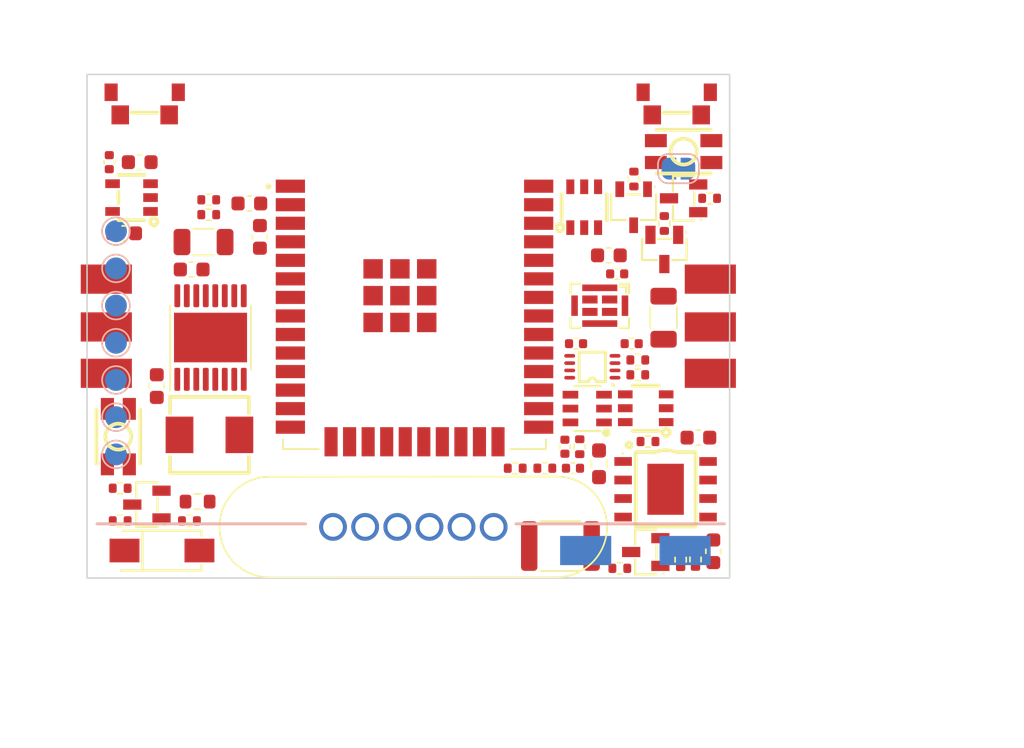
<source format=kicad_pcb>
(kicad_pcb (version 20211014) (generator pcbnew)
  (layers (0 "F.Cu" signal) (31 "B.Cu" signal) (34 "B.Paste" user) (35 "F.Paste" user) (36 "B.SilkS" user "B.Silkscreen") (37 "F.SilkS" user "F.Silkscreen") (38 "B.Mask" user) (39 "F.Mask" user) (44 "Edge.Cuts" user))
  (net 0 "")
  (net 1 "Net-(C1-Pad1)")
  (net 2 "GND")
  (net 3 "5V AFTER MOSFET")
  (net 4 "+3V3")
  (net 5 "3.3V AFTER MOSFET")
  (net 6 "+5V")
  (net 7 "Net-(C8-Pad2)")
  (net 8 "Net-(C14-Pad2)")
  (net 9 "EN")
  (net 10 "IO0")
  (net 11 "VBUS")
  (net 12 "+BATT")
  (net 13 "-BATT")
  (net 14 "IO12{slash}TDI")
  (net 15 "IO13{slash}TCK")
  (net 16 "IO14{slash}SCK{slash}TMS")
  (net 17 "IO15{slash}WS{slash}TDO")
  (net 18 "LED1 DATA OUT")
  (net 19 "LED2 DATA OUT")
  (net 20 "Net-(P7-Pad1)")
  (net 21 "Net-(R1-Pad1)")
  (net 22 "Net-(R2-Pad1)")
  (net 23 "Net-(R4-Pad1)")
  (net 25 "Net-(U18-Pad6)")
  (net 26 "IO25{slash}VBUS")
  (net 28 "Net-(R11-Pad2)")
  (net 29 "IO26{slash}BATT VOLT")
  (net 30 "Net-(R14-Pad1)")
  (net 31 "Net-(R15-Pad2)")
  (net 32 "Net-(R17-Pad2)")
  (net 33 "Net-(R18-Pad1)")
  (net 34 "Net-(R19-Pad1)")
  (net 35 "Net-(R22-Pad1)")
  (net 36 "Net-(R23-Pad1)")
  (net 39 "IO33{slash}MAINBUTTON")
  (net 42 "IO4{slash}BUTTON2")
  (net 47 "IO32{slash}SD")
  (net 48 "IO27{slash}BATT CHARGING")
  (net 56 "IO16{slash}LED1")
  (net 57 "IO17{slash}LED2")
  (net 63 "RXD0")
  (net 64 "TXD0")
  (net 65 "IO22{slash}LED LETCH EN")
  (net 66 "IO23{slash}POWERMOSFETS")
  (net 67 "Net-(U2-Pad2)")
  (net 72 "Net-(U18-Pad4)")
  (footprint "Capacitor_SMD:C_0402_1005Metric" (layer "F.Cu") (at 140.712 96.9772)
    (fp_text reference "C17" hide)
    (fp_text value "1uF")
    (pad "1" smd roundrect (at -0.48 0) (size 0.56 0.62) (layers "F.Cu" "F.Paste" "F.Mask") (net 10 "IO0"))
    (pad "2" smd roundrect (at 0.48 0) (size 0.56 0.62) (layers "F.Cu" "F.Paste" "F.Mask") (net 2 "GND"))
  )
  (footprint "Capacitor_SMD:C_0603_1608Metric" (layer "F.Cu") (at 150.3172 102.6668 -90)
    (fp_text reference "C19" hide)
    (fp_text value "10uF")
    (pad "1" smd roundrect (at -0.775 0 270) (size 0.9 0.95) (layers "F.Cu" "F.Paste" "F.Mask") (net 12 "+BATT"))
    (pad "2" smd roundrect (at 0.775 0 270) (size 0.9 0.95) (layers "F.Cu" "F.Paste" "F.Mask") (net 2 "GND"))
  )
  (footprint "footprint:Solder pad" (layer "F.Cu") (at 150.0632 87.2236 90)
    (fp_text reference "P5" hide)
    (fp_text value "Solder_Pad")
    (pad "1" smd rect (at -0.0762 0.0508 90) (size 2 3.5) (layers "F.Cu" "F.Mask") (net 19 "LED2 DATA OUT"))
  )
  (footprint "footprint:SW-SMD_TS24CA" (layer "F.Cu") (at 147.814286 70.946568)
    (fp_text reference "SW1" hide)
    (fp_text value "TS24CA")
    (pad "" np_thru_hole circle (at 0.85014 0.275032) (size 0.700025 0.700025) (drill 0.700025) (layers *.Cu *.Mask))
    (pad "" np_thru_hole circle (at -0.849886 0.275032) (size 0.700025 0.700025) (drill 0.700025) (layers *.Cu *.Mask))
    (pad "1" smd rect (at -2.299975 0.275032) (size 0.9 1.2) (layers "F.Cu" "F.Paste" "F.Mask"))
    (pad "2" smd rect (at 2.299975 0.275032 180) (size 0.9 1.2) (layers "F.Cu" "F.Paste" "F.Mask"))
    (pad "3" smd rect (at -1.674879 1.824943 180) (size 1.2 1.3) (layers "F.Cu" "F.Paste" "F.Mask") (net 2 "GND"))
    (pad "4" smd rect (at 1.675133 1.824943 180) (size 1.2 1.3) (layers "F.Cu" "F.Paste" "F.Mask") (net 39 "IO33{slash}MAINBUTTON"))
  )
  (footprint "footprint:VSSOP-8_L2.4-W2.1-P0.50-LS3.2-BR" (layer "F.Cu") (at 142.0368 90.035902)
    (fp_text reference "U3" hide)
    (fp_text value "SN74LVC2T45DCUR")
    (pad "1" smd oval (at 1.549911 0.741961) (size 0.750013 0.250013) (layers "F.Cu" "F.Paste" "F.Mask") (net 3 "5V AFTER MOSFET"))
    (pad "2" smd oval (at 1.549911 0.241834) (size 0.750013 0.250013) (layers "F.Cu" "F.Paste" "F.Mask") (net 21 "Net-(R1-Pad1)"))
    (pad "3" smd oval (at 1.549911 -0.258039) (size 0.750013 0.250013) (layers "F.Cu" "F.Paste" "F.Mask") (net 22 "Net-(R2-Pad1)"))
    (pad "4" smd oval (at 1.549911 -0.758166) (size 0.750013 0.250013) (layers "F.Cu" "F.Paste" "F.Mask") (net 2 "GND"))
    (pad "5" smd oval (at -1.549911 -0.758166) (size 0.750013 0.250013) (layers "F.Cu" "F.Paste" "F.Mask") (net 2 "GND"))
    (pad "6" smd oval (at -1.549911 -0.258039) (size 0.750013 0.250013) (layers "F.Cu" "F.Paste" "F.Mask") (net 57 "IO17{slash}LED2"))
    (pad "7" smd oval (at -1.549911 0.241834) (size 0.750013 0.250013) (layers "F.Cu" "F.Paste" "F.Mask") (net 56 "IO16{slash}LED1"))
    (pad "8" smd oval (at -1.549911 0.741961) (size 0.750013 0.250013) (layers "F.Cu" "F.Paste" "F.Mask") (net 5 "3.3V AFTER MOSFET"))
  )
  (footprint "Resistor_SMD:R_0603_1608Metric" (layer "F.Cu") (at 115.0112 99.2632 180)
    (fp_text reference "R8" hide)
    (fp_text value "160K")
    (pad "1" smd roundrect (at -0.825 0 180) (size 0.8 0.95) (layers "F.Cu" "F.Paste" "F.Mask") (net 2 "GND"))
    (pad "2" smd roundrect (at 0.825 0 180) (size 0.8 0.95) (layers "F.Cu" "F.Paste" "F.Mask") (net 26 "IO25{slash}VBUS"))
  )
  (footprint "footprint:Solder pad" (layer "F.Cu") (at 150.0632 90.3986 90)
    (fp_text reference "P6" hide)
    (fp_text value "Solder_Pad")
    (pad "1" smd rect (at -0.0762 0.0508 90) (size 2 3.5) (layers "F.Cu" "F.Mask") (net 2 "GND"))
  )
  (footprint "Resistor_SMD:R_0402_1005Metric" (layer "F.Cu") (at 109.712 98.3488 180)
    (fp_text reference "R4" hide)
    (fp_text value "100K")
    (pad "1" smd roundrect (at -0.51 0 180) (size 0.54 0.64) (layers "F.Cu" "F.Paste" "F.Mask") (net 23 "Net-(R4-Pad1)"))
    (pad "2" smd roundrect (at 0.51 0 180) (size 0.54 0.64) (layers "F.Cu" "F.Paste" "F.Mask") (net 2 "GND"))
  )
  (footprint "Capacitor_SMD:C_0603_1608Metric" (layer "F.Cu") (at 149.298515 94.878842 180)
    (fp_text reference "C18" hide)
    (fp_text value "10uF")
    (pad "1" smd roundrect (at -0.775 0 180) (size 0.9 0.95) (layers "F.Cu" "F.Paste" "F.Mask") (net 11 "VBUS"))
    (pad "2" smd roundrect (at 0.775 0 180) (size 0.9 0.95) (layers "F.Cu" "F.Paste" "F.Mask") (net 2 "GND"))
  )
  (footprint "Capacitor_SMD:C_0402_1005Metric" (layer "F.Cu") (at 140.1572 95.504 -90)
    (fp_text reference "C20" hide)
    (fp_text value "0.1uF")
    (pad "1" smd roundrect (at -0.48 0 270) (size 0.56 0.62) (layers "F.Cu" "F.Paste" "F.Mask") (net 13 "-BATT"))
    (pad "2" smd roundrect (at 0.48 0 270) (size 0.56 0.62) (layers "F.Cu" "F.Paste" "F.Mask") (net 12 "+BATT"))
  )
  (footprint "Resistor_SMD:R_0402_1005Metric" (layer "F.Cu") (at 115.7732 79.6036 180)
    (fp_text reference "R20" hide)
    (fp_text value "10K")
    (pad "1" smd roundrect (at -0.51 0 180) (size 0.54 0.64) (layers "F.Cu" "F.Paste" "F.Mask") (net 9 "EN"))
    (pad "2" smd roundrect (at 0.51 0 180) (size 0.54 0.64) (layers "F.Cu" "F.Paste" "F.Mask") (net 4 "+3V3"))
  )
  (footprint "Resistor_SMD:R_0402_1005Metric" (layer "F.Cu") (at 150.0632 78.486)
    (fp_text reference "R16" hide)
    (fp_text value "100K")
    (pad "1" smd roundrect (at -0.51 0) (size 0.54 0.64) (layers "F.Cu" "F.Paste" "F.Mask") (net 30 "Net-(R14-Pad1)"))
    (pad "2" smd roundrect (at 0.51 0) (size 0.54 0.64) (layers "F.Cu" "F.Paste" "F.Mask") (net 4 "+3V3"))
  )
  (footprint "Capacitor_SMD:C_0402_1005Metric" (layer "F.Cu") (at 144.7292 88.4428)
    (fp_text reference "C2" hide)
    (fp_text value "0.1uF")
    (pad "1" smd roundrect (at -0.48 0) (size 0.56 0.62) (layers "F.Cu" "F.Paste" "F.Mask") (net 3 "5V AFTER MOSFET"))
    (pad "2" smd roundrect (at 0.48 0) (size 0.56 0.62) (layers "F.Cu" "F.Paste" "F.Mask") (net 2 "GND"))
  )
  (footprint "footprint:SOT-23-3_L2.9-W1.3-P1.90-LS2.4-BR" (layer "F.Cu") (at 111.5408 99.4664)
    (fp_text reference "U5" hide)
    (fp_text value "AP40P05")
    (pad "1" smd rect (at 1 0.949962) (size 1.250013 0.7) (layers "F.Cu" "F.Paste" "F.Mask") (net 11 "VBUS"))
    (pad "2" smd rect (at 1 -0.949962) (size 1.250013 0.7) (layers "F.Cu" "F.Paste" "F.Mask") (net 12 "+BATT"))
    (pad "3" smd rect (at -1 0) (size 1.250013 0.7) (layers "F.Cu" "F.Paste" "F.Mask") (net 23 "Net-(R4-Pad1)"))
  )
  (footprint "footprint:MIC-SMD_8P-L3.0-W4.0-P0.85-BL" (layer "F.Cu") (at 142.5448 85.852)
    (fp_text reference "U15" hide)
    (fp_text value "MSM261D4030H1CPM")
    (pad "1" smd rect (at 0.675083 -0.434455) (size 1.050013 0.550013) (layers "F.Cu" "F.Paste" "F.Mask") (net 8 "Net-(C14-Pad2)"))
    (pad "2" smd rect (at -0.675184 -0.434455) (size 1.050013 0.550013) (layers "F.Cu" "F.Paste" "F.Mask") (net 17 "IO15{slash}WS{slash}TDO"))
    (pad "3" smd rect (at -0.675184 0.415431) (size 1.050013 0.550013) (layers "F.Cu" "F.Paste" "F.Mask") (net 16 "IO14{slash}SCK{slash}TMS"))
    (pad "4" smd rect (at 0.675083 0.415431) (size 1.050013 0.550013) (layers "F.Cu" "F.Paste" "F.Mask") (net 47 "IO32{slash}SD"))
    (pad "5" smd rect (at 1.724867 -0.009512) (size 0.450013 1.4) (layers "F.Cu" "F.Paste" "F.Mask") (net 2 "GND"))
    (pad "6" smd rect (at -0.000051 -1.234557) (size 2.4 0.450013) (layers "F.Cu" "F.Paste" "F.Mask") (net 2 "GND"))
    (pad "7" smd rect (at -1.724968 -0.009512) (size 0.450013 1.4) (layers "F.Cu" "F.Paste" "F.Mask") (net 2 "GND"))
    (pad "8" smd rect (at -0.000051 1.215532) (size 2.4 0.450013) (layers "F.Cu" "F.Paste" "F.Mask") (net 2 "GND"))
  )
  (footprint "Package_SO:HTSSOP-16-1EP_4.4x5mm_P0.65mm_EP3.4x5mm_Mask2.46x2.31mm" (layer "F.Cu") (at 115.89695 88.0232 90)
    (fp_text reference "U4" hide)
    (fp_text value "TPS61032PWPR")
    (pad "1" smd roundrect (at -2.8625 -2.275 90) (size 1.575 0.4) (layers "F.Cu" "F.Paste" "F.Mask") (net 67 "Net-(U2-Pad2)"))
    (pad "2" smd roundrect (at -2.8625 -1.625 90) (size 1.575 0.4) (layers "F.Cu" "F.Paste" "F.Mask") (net 67 "Net-(U2-Pad2)"))
    (pad "3" smd roundrect (at -2.8625 -0.975 90) (size 1.575 0.4) (layers "F.Cu" "F.Paste" "F.Mask") (net 2 "GND"))
    (pad "4" smd roundrect (at -2.8625 -0.325 90) (size 1.575 0.4) (layers "F.Cu" "F.Paste" "F.Mask") (net 2 "GND"))
    (pad "5" smd roundrect (at -2.8625 0.325 90) (size 1.575 0.4) (layers "F.Cu" "F.Paste" "F.Mask") (net 2 "GND"))
    (pad "6" smd roundrect (at -2.8625 0.975 90) (size 1.575 0.4) (layers "F.Cu" "F.Paste" "F.Mask") (net 1 "Net-(C1-Pad1)"))
    (pad "7" smd roundrect (at -2.8625 1.625 90) (size 1.575 0.4) (layers "F.Cu" "F.Paste" "F.Mask") (net 2 "GND"))
    (pad "8" smd roundrect (at -2.8625 2.275 90) (size 1.575 0.4) (layers "F.Cu" "F.Paste" "F.Mask") (net 2 "GND"))
    (pad "9" smd roundrect (at 2.8625 2.275 90) (size 1.575 0.4) (layers "F.Cu" "F.Paste" "F.Mask") (net 23 "Net-(R4-Pad1)"))
    (pad "10" smd roundrect (at 2.8625 1.625 90) (size 1.575 0.4) (layers "F.Cu" "F.Paste" "F.Mask"))
    (pad "11" smd roundrect (at 2.8625 0.975 90) (size 1.575 0.4) (layers "F.Cu" "F.Paste" "F.Mask") (net 2 "GND"))
    (pad "12" smd roundrect (at 2.8625 0.325 90) (size 1.575 0.4) (layers "F.Cu" "F.Paste" "F.Mask"))
    (pad "13" smd roundrect (at 2.8625 -0.325 90) (size 1.575 0.4) (layers "F.Cu" "F.Paste" "F.Mask") (net 6 "+5V"))
    (pad "14" smd roundrect (at 2.8625 -0.975 90) (size 1.575 0.4) (layers "F.Cu" "F.Paste" "F.Mask") (net 6 "+5V"))
    (pad "15" smd roundrect (at 2.8625 -1.625 90) (size 1.575 0.4) (layers "F.Cu" "F.Paste" "F.Mask") (net 6 "+5V"))
    (pad "16" smd roundrect (at 2.8625 -2.275 90) (size 1.575 0.4) (layers "F.Cu" "F.Paste" "F.Mask"))
    (pad "17" smd rect (at 0 0 90) (size 3.4 5) (layers "F.Cu") (net 2 "GND"))
  )
  (footprint "Resistor_SMD:R_0603_1608Metric_Pad0.98x0.95mm_HandSolder" (layer "F.Cu") (at 142.494 96.6743 90)
    (fp_text reference "R22" hide)
    (fp_text value "2K")
    (pad "1" smd roundrect (at -0.9125 0 90) (size 0.975 0.95) (layers "F.Cu" "F.Paste" "F.Mask") (net 35 "Net-(R22-Pad1)"))
    (pad "2" smd roundrect (at 0.9125 0 90) (size 0.975 0.95) (layers "F.Cu" "F.Paste" "F.Mask") (net 2 "GND"))
  )
  (footprint "Fuse:Fuse_1812_4532Metric" (layer "F.Cu") (at 139.8524 102.3112 180)
    (fp_text reference "F1" hide)
    (fp_text value "BSMD1812-300-16V")
    (pad "1" smd roundrect (at -2.1375 0 180) (size 1.125 3.4) (layers "F.Cu" "F.Paste" "F.Mask") (roundrect_rratio 0.222222) (net 12 "+BATT"))
    (pad "2" smd roundrect (at 2.1375 0 180) (size 1.125 3.4) (layers "F.Cu" "F.Paste" "F.Mask") (roundrect_rratio 0.222222) (net 1 "Net-(C1-Pad1)"))
  )
  (footprint "Resistor_SMD:R_0402_1005Metric" (layer "F.Cu") (at 145.145531 90.5764)
    (fp_text reference "R1" hide)
    (fp_text value "62")
    (pad "1" smd roundrect (at -0.51 0) (size 0.54 0.64) (layers "F.Cu" "F.Paste" "F.Mask") (net 21 "Net-(R1-Pad1)"))
    (pad "2" smd roundrect (at 0.51 0) (size 0.54 0.64) (layers "F.Cu" "F.Paste" "F.Mask") (net 18 "LED1 DATA OUT"))
  )
  (footprint "footprint:SOT-23-5_L3.0-W1.7-P0.95-LS2.8-BR" (layer "F.Cu") (at 110.49 78.4352)
    (fp_text reference "U7" hide)
    (fp_text value "SPX3819M5-L-3-3_TR")
    (pad "1" smd rect (at 1.300102 0.949911) (size 1 0.6) (layers "F.Cu" "F.Paste" "F.Mask") (net 6 "+5V"))
    (pad "2" smd rect (at 1.300102 -0.000051) (size 1 0.6) (layers "F.Cu" "F.Paste" "F.Mask") (net 2 "GND"))
    (pad "3" smd rect (at 1.300102 -0.950013) (size 1 0.6) (layers "F.Cu" "F.Paste" "F.Mask") (net 6 "+5V"))
    (pad "4" smd rect (at -1.300102 -0.950013) (size 1 0.6) (layers "F.Cu" "F.Paste" "F.Mask") (net 7 "Net-(C8-Pad2)"))
    (pad "5" smd rect (at -1.300102 0.949911) (size 1 0.6) (layers "F.Cu" "F.Paste" "F.Mask") (net 4 "+3V3"))
  )
  (footprint "footprint:SMA_L4.4-W2.8-LS5.4-RD" (layer "F.Cu") (at 112.5728 102.616)
    (fp_text reference "U6" hide)
    (fp_text value "SS54")
    (pad "1" smd rect (at -2.565431 -0.000025) (size 2.04638 1.620015) (layers "F.Cu" "F.Paste" "F.Mask") (net 6 "+5V"))
    (pad "2" smd rect (at 2.56538 -0.000025) (size 2.04638 1.620015) (layers "F.Cu" "F.Paste" "F.Mask") (net 11 "VBUS"))
  )
  (footprint "Resistor_SMD:R_0402_1005Metric" (layer "F.Cu") (at 145.147531 89.5604)
    (fp_text reference "R2" hide)
    (fp_text value "62")
    (pad "1" smd roundrect (at -0.51 0) (size 0.54 0.64) (layers "F.Cu" "F.Paste" "F.Mask") (net 22 "Net-(R2-Pad1)"))
    (pad "2" smd roundrect (at 0.51 0) (size 0.54 0.64) (layers "F.Cu" "F.Paste" "F.Mask") (net 19 "LED2 DATA OUT"))
  )
  (footprint "Capacitor_SMD:C_0603_1608Metric" (layer "F.Cu") (at 109.982 80.88597 180)
    (fp_text reference "C9" hide)
    (fp_text value "10uF")
    (pad "1" smd roundrect (at -0.775 0 180) (size 0.9 0.95) (layers "F.Cu" "F.Paste" "F.Mask") (net 2 "GND"))
    (pad "2" smd roundrect (at 0.775 0 180) (size 0.9 0.95) (layers "F.Cu" "F.Paste" "F.Mask") (net 4 "+3V3"))
  )
  (footprint "footprint:Solder pad" (layer "F.Cu") (at 108.712 83.947 90)
    (fp_text reference "P1" hide)
    (fp_text value "Solder_Pad")
    (pad "1" smd rect (at -0.0762 0.0508 90) (size 2 3.5) (layers "F.Cu" "F.Mask") (net 3 "5V AFTER MOSFET"))
  )
  (footprint "Resistor_SMD:R_0402_1005Metric" (layer "F.Cu") (at 144.8816 77.1652 -90)
    (fp_text reference "R15" hide)
    (fp_text value "100K")
    (pad "1" smd roundrect (at -0.51 0 270) (size 0.54 0.64) (layers "F.Cu" "F.Paste" "F.Mask") (net 2 "GND"))
    (pad "2" smd roundrect (at 0.51 0 270) (size 0.54 0.64) (layers "F.Cu" "F.Paste" "F.Mask") (net 31 "Net-(R15-Pad2)"))
  )
  (footprint "Capacitor_SMD:C_0603_1608Metric" (layer "F.Cu") (at 112.2172 91.3514 90)
    (fp_text reference "C1" hide)
    (fp_text value "10uF")
    (pad "1" smd roundrect (at -0.775 0 90) (size 0.9 0.95) (layers "F.Cu" "F.Paste" "F.Mask") (net 1 "Net-(C1-Pad1)"))
    (pad "2" smd roundrect (at 0.775 0 90) (size 0.9 0.95) (layers "F.Cu" "F.Paste" "F.Mask") (net 2 "GND"))
  )
  (footprint "footprint:Solder pad" (layer "F.Cu") (at 108.712 90.3986 90)
    (fp_text reference "P3" hide)
    (fp_text value "Solder_Pad")
    (pad "1" smd rect (at -0.0762 0.0508 90) (size 2 3.5) (layers "F.Cu" "F.Mask") (net 2 "GND"))
  )
  (footprint "Resistor_SMD:R_0402_1005Metric" (layer "F.Cu") (at 114.4524 100.584)
    (fp_text reference "R7" hide)
    (fp_text value "100K")
    (pad "1" smd roundrect (at -0.51 0) (size 0.54 0.64) (layers "F.Cu" "F.Paste" "F.Mask") (net 26 "IO25{slash}VBUS"))
    (pad "2" smd roundrect (at 0.51 0) (size 0.54 0.64) (layers "F.Cu" "F.Paste" "F.Mask") (net 11 "VBUS"))
  )
  (footprint "footprint:SW-SMD_4P-L3.7-W3.0-P1.50-LS4.7" (layer "F.Cu") (at 109.587536 94.813124 90)
    (fp_text reference "SW3" hide)
    (fp_text value "TS-1185EC-C-D-B")
    (pad "1" smd rect (at -1.899924 -0.750064 90) (size 1.5 0.9) (layers "F.Cu" "F.Paste" "F.Mask") (net 2 "GND"))
    (pad "1" smd rect (at 1.899924 -0.750064 90) (size 1.5 0.9) (layers "F.Cu" "F.Paste" "F.Mask") (net 2 "GND"))
    (pad "2" smd rect (at 1.899924 0.750064 90) (size 1.5 0.9) (layers "F.Cu" "F.Paste" "F.Mask") (net 33 "Net-(R18-Pad1)"))
    (pad "2" smd rect (at -1.899924 0.750064 90) (size 1.5 0.9) (layers "F.Cu" "F.Paste" "F.Mask") (net 33 "Net-(R18-Pad1)"))
  )
  (footprint "Capacitor_SMD:C_0603_1608Metric" (layer "F.Cu") (at 111.0488 76.00917)
    (fp_text reference "C7" hide)
    (fp_text value "10uF")
    (pad "1" smd roundrect (at -0.775 0) (size 0.9 0.95) (layers "F.Cu" "F.Paste" "F.Mask") (net 2 "GND"))
    (pad "2" smd roundrect (at 0.775 0) (size 0.9 0.95) (layers "F.Cu" "F.Paste" "F.Mask") (net 6 "+5V"))
  )
  (footprint "Capacitor_SMD:C_1206_3216Metric" (layer "F.Cu") (at 115.4176 81.4832)
    (fp_text reference "C6" hide)
    (fp_text value "220uF")
    (pad "1" smd roundrect (at -1.475 0) (size 1.15 1.8) (layers "F.Cu" "F.Paste" "F.Mask") (roundrect_rratio 0.217391) (net 6 "+5V"))
    (pad "2" smd roundrect (at 1.475 0) (size 1.15 1.8) (layers "F.Cu" "F.Paste" "F.Mask") (roundrect_rratio 0.217391) (net 2 "GND"))
  )
  (footprint "footprint:SOT-23-3_L2.9-W1.3-P1.90-LS2.4-BR" (layer "F.Cu") (at 148.2852 78.486)
    (fp_text reference "U16" hide)
    (fp_text value "AP40P05")
    (pad "1" smd rect (at 1 0.949962) (size 1.250013 0.7) (layers "F.Cu" "F.Paste" "F.Mask") (net 30 "Net-(R14-Pad1)"))
    (pad "2" smd rect (at 1 -0.949962) (size 1.250013 0.7) (layers "F.Cu" "F.Paste" "F.Mask") (net 4 "+3V3"))
    (pad "3" smd rect (at -1 0) (size 1.250013 0.7) (layers "F.Cu" "F.Paste" "F.Mask") (net 5 "3.3V AFTER MOSFET"))
  )
  (footprint "Capacitor_SMD:C_0603_1608Metric" (layer "F.Cu") (at 119.2784 81.1276 90)
    (fp_text reference "C16" hide)
    (fp_text value "10uF")
    (pad "1" smd roundrect (at -0.775 0 90) (size 0.9 0.95) (layers "F.Cu" "F.Paste" "F.Mask") (net 2 "GND"))
    (pad "2" smd roundrect (at 0.775 0 90) (size 0.9 0.95) (layers "F.Cu" "F.Paste" "F.Mask") (net 9 "EN"))
  )
  (footprint "Capacitor_SMD:C_0402_1005Metric" (layer "F.Cu") (at 143.736 83.663932)
    (fp_text reference "C14" hide)
    (fp_text value "0.1uF")
    (pad "1" smd roundrect (at -0.48 0) (size 0.56 0.62) (layers "F.Cu" "F.Paste" "F.Mask") (net 2 "GND"))
    (pad "2" smd roundrect (at 0.48 0) (size 0.56 0.62) (layers "F.Cu" "F.Paste" "F.Mask") (net 8 "Net-(C14-Pad2)"))
  )
  (footprint "footprint:WIFI-SMD_ESP32-WROOM-32E" (layer "F.Cu") (at 129.1076 83.84855)
    (fp_text reference "U1" hide)
    (fp_text value "ESP32-WROOM-32E")
    (pad "1" smd rect (at -7.7449 -6.1933) (size 2 0.9) (layers "F.Cu" "F.Paste" "F.Mask") (net 2 "GND"))
    (pad "2" smd rect (at -7.7449 -4.9233) (size 2 0.9) (layers "F.Cu" "F.Paste" "F.Mask") (net 4 "+3V3"))
    (pad "3" smd rect (at -7.7449 -3.6533) (size 2 0.9) (layers "F.Cu" "F.Paste" "F.Mask") (net 9 "EN"))
    (pad "4" smd rect (at -7.7449 -2.3833) (size 2 0.9) (layers "F.Cu" "F.Paste" "F.Mask"))
    (pad "5" smd rect (at -7.7449 -1.1133) (size 2 0.9) (layers "F.Cu" "F.Paste" "F.Mask"))
    (pad "6" smd rect (at -7.7449 0.1567) (size 2 0.9) (layers "F.Cu" "F.Paste" "F.Mask"))
    (pad "7" smd rect (at -7.7449 1.4267) (size 2 0.9) (layers "F.Cu" "F.Paste" "F.Mask"))
    (pad "8" smd rect (at -7.7449 2.6967) (size 2 0.9) (layers "F.Cu" "F.Paste" "F.Mask") (net 47 "IO32{slash}SD"))
    (pad "9" smd rect (at -7.7449 3.9667) (size 2 0.9) (layers "F.Cu" "F.Paste" "F.Mask") (net 39 "IO33{slash}MAINBUTTON"))
    (pad "10" smd rect (at -7.7449 5.2367) (size 2 0.9) (layers "F.Cu" "F.Paste" "F.Mask") (net 26 "IO25{slash}VBUS"))
    (pad "11" smd rect (at -7.7449 6.5067) (size 2 0.9) (layers "F.Cu" "F.Paste" "F.Mask") (net 29 "IO26{slash}BATT VOLT"))
    (pad "12" smd rect (at -7.7449 7.7767) (size 2 0.9) (layers "F.Cu" "F.Paste" "F.Mask") (net 48 "IO27{slash}BATT CHARGING"))
    (pad "13" smd rect (at -7.7449 9.0467) (size 2 0.9) (layers "F.Cu" "F.Paste" "F.Mask") (net 16 "IO14{slash}SCK{slash}TMS"))
    (pad "14" smd rect (at -7.7449 10.3167) (size 2 0.9) (layers "F.Cu" "F.Paste" "F.Mask") (net 14 "IO12{slash}TDI"))
    (pad "15" smd rect (at -4.9599 11.3167) (size 0.9 2) (layers "F.Cu" "F.Paste" "F.Mask") (net 2 "GND"))
    (pad "16" smd rect (at -3.6899 11.3167) (size 0.9 2) (layers "F.Cu" "F.Paste" "F.Mask") (net 15 "IO13{slash}TCK"))
    (pad "17" smd rect (at -2.4199 11.3167) (size 0.9 2) (layers "F.Cu" "F.Paste" "F.Mask"))
    (pad "18" smd rect (at -1.1499 11.3167) (size 0.9 2) (layers "F.Cu" "F.Paste" "F.Mask"))
    (pad "19" smd rect (at 0.1201 11.3167) (size 0.9 2) (layers "F.Cu" "F.Paste" "F.Mask"))
    (pad "20" smd rect (at 1.3901 11.3167) (size 0.9 2) (layers "F.Cu" "F.Paste" "F.Mask"))
    (pad "21" smd rect (at 2.6601 11.3167) (size 0.9 2) (layers "F.Cu" "F.Paste" "F.Mask"))
    (pad "22" smd rect (at 3.9301 11.3167) (size 0.9 2) (layers "F.Cu" "F.Paste" "F.Mask"))
    (pad "23" smd rect (at 5.2001 11.3167) (size 0.9 2) (layers "F.Cu" "F.Paste" "F.Mask") (net 17 "IO15{slash}WS{slash}TDO"))
    (pad "24" smd rect (at 6.4701 11.3167) (size 0.9 2) (layers "F.Cu" "F.Paste" "F.Mask"))
    (pad "25" smd rect (at 9.2551 10.3167) (size 2 0.9) (layers "F.Cu" "F.Paste" "F.Mask") (net 10 "IO0"))
    (pad "26" smd rect (at 9.2551 9.0467) (size 2 0.9) (layers "F.Cu" "F.Paste" "F.Mask") (net 42 "IO4{slash}BUTTON2"))
    (pad "27" smd rect (at 9.2551 7.7767) (size 2 0.9) (layers "F.Cu" "F.Paste" "F.Mask") (net 56 "IO16{slash}LED1"))
    (pad "28" smd rect (at 9.2551 6.5067) (size 2 0.9) (layers "F.Cu" "F.Paste" "F.Mask") (net 57 "IO17{slash}LED2"))
    (pad "29" smd rect (at 9.2551 5.2367) (size 2 0.9) (layers "F.Cu" "F.Paste" "F.Mask"))
    (pad "30" smd rect (at 9.2551 3.9667) (size 2 0.9) (layers "F.Cu" "F.Paste" "F.Mask"))
    (pad "31" smd rect (at 9.2551 2.6967) (size 2 0.9) (layers "F.Cu" "F.Paste" "F.Mask"))
    (pad "32" smd rect (at 9.2551 1.4267) (size 2 0.9) (layers "F.Cu" "F.Paste" "F.Mask"))
    (pad "33" smd rect (at 9.2551 0.1567) (size 2 0.9) (layers "F.Cu" "F.Paste" "F.Mask"))
    (pad "34" smd rect (at 9.2551 -1.1133) (size 2 0.9) (layers "F.Cu" "F.Paste" "F.Mask") (net 63 "RXD0"))
    (pad "35" smd rect (at 9.2551 -2.3833) (size 2 0.9) (layers "F.Cu" "F.Paste" "F.Mask") (net 64 "TXD0"))
    (pad "36" smd rect (at 9.2551 -3.6533) (size 2 0.9) (layers "F.Cu" "F.Paste" "F.Mask") (net 65 "IO22{slash}LED LETCH EN"))
    (pad "37" smd rect (at 9.2551 -4.9233) (size 2 0.9) (layers "F.Cu" "F.Paste" "F.Mask") (net 66 "IO23{slash}POWERMOSFETS"))
    (pad "38" smd rect (at 9.2551 -6.1933) (size 2 0.9) (layers "F.Cu" "F.Paste" "F.Mask") (net 2 "GND"))
    (pad "39" smd rect (at -2.0799 3.1417) (size 1.33 1.33) (layers "F.Cu" "F.Paste" "F.Mask") (net 2 "GND"))
    (pad "39" smd rect (at -0.2449 -0.5283) (size 1.33 1.33) (layers "F.Cu" "F.Paste" "F.Mask") (net 2 "GND"))
    (pad "39" smd rect (at 1.5901 3.1417) (size 1.33 1.33) (layers "F.Cu" "F.Paste" "F.Mask") (net 2 "GND"))
    (pad "39" smd rect (at -2.0799 -0.5283) (size 1.33 1.33) (layers "F.Cu" "F.Paste" "F.Mask") (net 2 "GND"))
    (pad "39" smd rect (at -0.2449 3.1417) (size 1.33 1.33) (layers "F.Cu" "F.Paste" "F.Mask") (net 2 "GND"))
    (pad "39" smd rect (at 1.5901 -0.5283) (size 1.33 1.33) (layers "F.Cu" "F.Paste" "F.Mask") (net 2 "GND"))
    (pad "39" smd rect (at -0.2449 1.3067) (size 1.33 1.33) (layers "F.Cu" "F.Paste" "F.Mask") (net 2 "GND"))
    (pad "39" smd rect (at -2.0799 1.3067) (size 1.33 1.33) (layers "F.Cu" "F.Paste" "F.Mask") (net 2 "GND"))
    (pad "39" smd rect (at 1.5901 1.3067) (size 1.33 1.33) (layers "F.Cu" "F.Paste" "F.Mask") (net 2 "GND"))
  )
  (footprint "footprint:SOT-23-6_L2.9-W1.6-P0.95-LS2.8-BR" (layer "F.Cu") (at 145.690419 92.868295)
    (fp_text reference "U18" hide)
    (fp_text value "FS8205A")
    (pad "1" smd rect locked (at 1.400051 0.94986) (size 1 0.550013) (layers "F.Cu" "F.Paste" "F.Mask") (net 13 "-BATT"))
    (pad "2" smd rect locked (at 1.400051 -0.000102) (size 1 0.550013) (layers "F.Cu" "F.Paste" "F.Mask"))
    (pad "3" smd rect locked (at 1.400051 -0.950064) (size 1 0.550013) (layers "F.Cu" "F.Paste" "F.Mask") (net 2 "GND"))
    (pad "4" smd rect locked (at -1.400051 -0.950064) (size 1 0.550013) (layers "F.Cu" "F.Paste" "F.Mask") (net 72 "Net-(U18-Pad4)"))
    (pad "5" smd rect locked (at -1.400051 -0.000102) (size 1 0.550013) (layers "F.Cu" "F.Paste" "F.Mask"))
    (pad "6" smd rect locked (at -1.400051 0.94986) (size 1 0.550013) (layers "F.Cu" "F.Paste" "F.Mask") (net 25 "Net-(U18-Pad6)"))
  )
  (footprint "footprint:Solder pad" (layer "F.Cu") (at 108.712 87.2236 90)
    (fp_text reference "P2" hide)
    (fp_text value "Solder_Pad")
    (pad "1" smd rect (at -0.0762 0.0508 90) (size 2 3.5) (layers "F.Cu" "F.Mask") (net 18 "LED1 DATA OUT"))
  )
  (footprint "Capacitor_SMD:C_0603_1608Metric" (layer "F.Cu") (at 143.1674 82.393932)
    (fp_text reference "C15" hide)
    (fp_text value "10uF")
    (pad "1" smd roundrect (at -0.775 0) (size 0.9 0.95) (layers "F.Cu" "F.Paste" "F.Mask") (net 2 "GND"))
    (pad "2" smd roundrect (at 0.775 0) (size 0.9 0.95) (layers "F.Cu" "F.Paste" "F.Mask") (net 8 "Net-(C14-Pad2)"))
  )
  (footprint "Capacitor_SMD:C_0603_1608Metric" (layer "F.Cu") (at 118.5542 78.8416)
    (fp_text reference "C3" hide)
    (fp_text value "10uF")
    (pad "1" smd roundrect (at -0.775 0) (size 0.9 0.95) (layers "F.Cu" "F.Paste" "F.Mask") (net 2 "GND"))
    (pad "2" smd roundrect (at 0.775 0) (size 0.9 0.95) (layers "F.Cu" "F.Paste" "F.Mask") (net 4 "+3V3"))
  )
  (footprint "Resistor_SMD:R_0402_1005Metric" (layer "F.Cu") (at 136.7556 96.9772 180)
    (fp_text reference "R21" hide)
    (fp_text value "10K")
    (pad "1" smd roundrect (at -0.51 0 180) (size 0.54 0.64) (layers "F.Cu" "F.Paste" "F.Mask") (net 10 "IO0"))
    (pad "2" smd roundrect (at 0.51 0 180) (size 0.54 0.64) (layers "F.Cu" "F.Paste" "F.Mask") (net 4 "+3V3"))
  )
  (footprint "footprint:SOT-23-3_L2.9-W1.6-P1.90-LS2.8-BR" (layer "F.Cu") (at 144.863859 79.097999 90)
    (fp_text reference "U17" hide)
    (fp_text value "AO3400A")
    (pad "1" smd rect (at 1.235077 0.949962 90) (size 1.070003 0.6) (layers "F.Cu" "F.Paste" "F.Mask") (net 31 "Net-(R15-Pad2)"))
    (pad "2" smd rect (at 1.235077 -0.949962 90) (size 1.070003 0.6) (layers "F.Cu" "F.Paste" "F.Mask") (net 2 "GND"))
    (pad "3" smd rect (at -1.235077 0 90) (size 1.070003 0.6) (layers "F.Cu" "F.Paste" "F.Mask") (net 30 "Net-(R14-Pad1)"))
  )
  (footprint "footprint:Solder pad" (layer "F.Cu") (at 150.0632 83.947 90)
    (fp_text reference "P4" hide)
    (fp_text value "Solder_Pad")
    (pad "1" smd rect (at -0.0762 0.0508 90) (size 2 3.5) (layers "F.Cu" "F.Mask") (net 3 "5V AFTER MOSFET"))
  )
  (footprint "Resistor_SMD:R_0402_1005Metric" (layer "F.Cu") (at 149.09845 103.2256 -90)
    (fp_text reference "R12" hide)
    (fp_text value "33K")
    (pad "1" smd roundrect (at -0.51 0 270) (size 0.54 0.64) (layers "F.Cu" "F.Paste" "F.Mask") (net 29 "IO26{slash}BATT VOLT"))
    (pad "2" smd roundrect (at 0.51 0 270) (size 0.54 0.64) (layers "F.Cu" "F.Paste" "F.Mask") (net 12 "+BATT"))
  )
  (footprint "Capacitor_SMD:C_0402_1005Metric" (layer "F.Cu") (at 140.9192 88.4428 180)
    (fp_text reference "C4" hide)
    (fp_text value "0.1uF")
    (pad "1" smd roundrect (at -0.48 0 180) (size 0.56 0.62) (layers "F.Cu" "F.Paste" "F.Mask") (net 5 "3.3V AFTER MOSFET"))
    (pad "2" smd roundrect (at 0.48 0 180) (size 0.56 0.62) (layers "F.Cu" "F.Paste" "F.Mask") (net 2 "GND"))
  )
  (footprint "Capacitor_SMD:C_0402_1005Metric" (layer "F.Cu") (at 108.966 76.00917 -90)
    (fp_text reference "C8" hide)
    (fp_text value "10nF")
    (pad "1" smd roundrect (at -0.48 0 270) (size 0.56 0.62) (layers "F.Cu" "F.Paste" "F.Mask") (net 2 "GND"))
    (pad "2" smd roundrect (at 0.48 0 270) (size 0.56 0.62) (layers "F.Cu" "F.Paste" "F.Mask") (net 7 "Net-(C8-Pad2)"))
  )
  (footprint "footprint:SW-SMD_4P-L3.7-W3.0-P1.50-LS4.7" (layer "F.Cu") (at 148.2852 75.2856)
    (fp_text reference "SW4" hide)
    (fp_text value "TS-1185EC-C-D-B")
    (pad "1" smd rect (at 1.899924 -0.750064) (size 1.5 0.9) (layers "F.Cu" "F.Paste" "F.Mask") (net 2 "GND"))
    (pad "1" smd rect (at -1.899924 -0.750064) (size 1.5 0.9) (layers "F.Cu" "F.Paste" "F.Mask") (net 2 "GND"))
    (pad "2" smd rect (at 1.899924 0.750064) (size 1.5 0.9) (layers "F.Cu" "F.Paste" "F.Mask") (net 34 "Net-(R19-Pad1)"))
    (pad "2" smd rect (at -1.899924 0.750064) (size 1.5 0.9) (layers "F.Cu" "F.Paste" "F.Mask") (net 34 "Net-(R19-Pad1)"))
  )
  (footprint "footprint:SOT-23-6_L2.9-W1.6-P0.95-LS2.8-BL" (layer "F.Cu") (at 141.685308 92.889102 90)
    (fp_text reference "U20" hide)
    (fp_text value "DW01A")
    (pad "1" smd rect locked (at -0.949962 1.149098 90) (size 0.532004 1.072009) (layers "F.Cu" "F.Paste" "F.Mask") (net 25 "Net-(U18-Pad6)"))
    (pad "2" smd rect locked (at 0 1.149098 90) (size 0.532004 1.072009) (layers "F.Cu" "F.Paste" "F.Mask") (net 32 "Net-(R17-Pad2)"))
    (pad "3" smd rect locked (at 0.949962 1.149098 90) (size 0.532004 1.072009) (layers "F.Cu" "F.Paste" "F.Mask") (net 72 "Net-(U18-Pad4)"))
    (pad "4" smd rect locked (at 0.949962 -1.149098 90) (size 0.532004 1.072009) (layers "F.Cu" "F.Paste" "F.Mask"))
    (pad "5" smd rect locked (at 0 -1.149098 90) (size 0.532004 1.072009) (layers "F.Cu" "F.Paste" "F.Mask") (net 36 "Net-(R23-Pad1)"))
    (pad "6" smd rect locked (at -0.949962 -1.149098 90) (size 0.532004 1.072009) (layers "F.Cu" "F.Paste" "F.Mask") (net 13 "-BATT"))
  )
  (footprint "footprint:IND-SMD_L5.4-W5.2_FXL0530" (layer "F.Cu") (at 115.824 94.6912 180)
    (fp_text reference "U2" hide)
    (fp_text value "FXL0530-6R8-M")
    (pad "1" smd rect (at -2.050038 0 180) (size 1.9 2.5) (layers "F.Cu" "F.Paste" "F.Mask") (net 1 "Net-(C1-Pad1)"))
    (pad "2" smd rect (at 2.050038 0 180) (size 1.9 2.5) (layers "F.Cu" "F.Paste" "F.Mask") (net 67 "Net-(U2-Pad2)"))
  )
  (footprint "footprint:SOT-23-3_L2.9-W1.3-P1.90-LS2.4-BR" (layer "F.Cu") (at 146.9644 81.9892 90)
    (fp_text reference "U13" hide)
    (fp_text value "AP40P05")
    (pad "1" smd rect (at 1 0.949962 90) (size 1.250013 0.7) (layers "F.Cu" "F.Paste" "F.Mask") (net 30 "Net-(R14-Pad1)"))
    (pad "2" smd rect (at 1 -0.949962 90) (size 1.250013 0.7) (layers "F.Cu" "F.Paste" "F.Mask") (net 6 "+5V"))
    (pad "3" smd rect (at -1 0 90) (size 1.250013 0.7) (layers "F.Cu" "F.Paste" "F.Mask") (net 3 "5V AFTER MOSFET"))
  )
  (footprint "Capacitor_SMD:C_1206_3216Metric" (layer "F.Cu") (at 146.9136 86.6648 -90)
    (fp_text reference "C12" hide)
    (fp_text value "220uF")
    (pad "1" smd roundrect (at -1.475 0 270) (size 1.15 1.8) (layers "F.Cu" "F.Paste" "F.Mask") (roundrect_rratio 0.217391) (net 3 "5V AFTER MOSFET"))
    (pad "2" smd roundrect (at 1.475 0 270) (size 1.15 1.8) (layers "F.Cu" "F.Paste" "F.Mask") (roundrect_rratio 0.217391) (net 2 "GND"))
  )
  (footprint "footprint:SOT-23-6_L2.9-W1.6-P0.95-LS2.8-BR" (layer "F.Cu") (at 141.478 79.0956 -90)
    (fp_text reference "U10" hide)
    (fp_text value "SN74LVC1G373DBVR")
    (pad "1" smd rect locked (at 1.400051 0.94986 270) (size 1 0.550013) (layers "F.Cu" "F.Paste" "F.Mask") (net 65 "IO22{slash}LED LETCH EN"))
    (pad "2" smd rect locked (at 1.400051 -0.000102 270) (size 1 0.550013) (layers "F.Cu" "F.Paste" "F.Mask") (net 2 "GND"))
    (pad "3" smd rect locked (at 1.400051 -0.950064 270) (size 1 0.550013) (layers "F.Cu" "F.Paste" "F.Mask") (net 66 "IO23{slash}POWERMOSFETS"))
    (pad "4" smd rect locked (at -1.400051 -0.950064 270) (size 1 0.550013) (layers "F.Cu" "F.Paste" "F.Mask") (net 31 "Net-(R15-Pad2)"))
    (pad "5" smd rect locked (at -1.400051 -0.000102 270) (size 1 0.550013) (layers "F.Cu" "F.Paste" "F.Mask") (net 4 "+3V3"))
    (pad "6" smd rect locked (at -1.400051 0.94986 270) (size 1 0.550013) (layers "F.Cu" "F.Paste" "F.Mask"))
  )
  (footprint "Resistor_SMD:R_0402_1005Metric" (layer "F.Cu") (at 148.082 103.244 90)
    (fp_text reference "R13" hide)
    (fp_text value "100K")
    (pad "1" smd roundrect (at -0.51 0 90) (size 0.54 0.64) (layers "F.Cu" "F.Paste" "F.Mask") (net 13 "-BATT"))
    (pad "2" smd roundrect (at 0.51 0 90) (size 0.54 0.64) (layers "F.Cu" "F.Paste" "F.Mask") (net 29 "IO26{slash}BATT VOLT"))
  )
  (footprint "Resistor_SMD:R_0402_1005Metric" (layer "F.Cu") (at 143.9184 103.8352)
    (fp_text reference "R11" hide)
    (fp_text value "100K")
    (pad "1" smd roundrect (at -0.51 0) (size 0.54 0.64) (layers "F.Cu" "F.Paste" "F.Mask") (net 13 "-BATT"))
    (pad "2" smd roundrect (at 0.51 0) (size 0.54 0.64) (layers "F.Cu" "F.Paste" "F.Mask") (net 28 "Net-(R11-Pad2)"))
  )
  (footprint "Resistor_SMD:R_0402_1005Metric" (layer "F.Cu") (at 115.7732 78.5876)
    (fp_text reference "R18" hide)
    (fp_text value "220")
    (pad "1" smd roundrect (at -0.51 0) (size 0.54 0.64) (layers "F.Cu" "F.Paste" "F.Mask") (net 33 "Net-(R18-Pad1)"))
    (pad "2" smd roundrect (at 0.51 0) (size 0.54 0.64) (layers "F.Cu" "F.Paste" "F.Mask") (net 9 "EN"))
  )
  (footprint "Resistor_SMD:R_0402_1005Metric" (layer "F.Cu") (at 109.712 100.584 180)
    (fp_text reference "R3" hide)
    (fp_text value "100K")
    (pad "1" smd roundrect (at -0.51 0 180) (size 0.54 0.64) (layers "F.Cu" "F.Paste" "F.Mask") (net 11 "VBUS"))
    (pad "2" smd roundrect (at 0.51 0 180) (size 0.54 0.64) (layers "F.Cu" "F.Paste" "F.Mask") (net 2 "GND"))
  )
  (footprint "Resistor_SMD:R_0402_1005Metric" (layer "F.Cu") (at 146.9644 80.2112 90)
    (fp_text reference "R14" hide)
    (fp_text value "100K")
    (pad "1" smd roundrect (at -0.51 0 90) (size 0.54 0.64) (layers "F.Cu" "F.Paste" "F.Mask") (net 30 "Net-(R14-Pad1)"))
    (pad "2" smd roundrect (at 0.51 0 90) (size 0.54 0.64) (layers "F.Cu" "F.Paste" "F.Mask") (net 6 "+5V"))
  )
  (footprint "footprint:SW-SMD_TS24CA" (layer "F.Cu") (at 111.390686 70.946568)
    (fp_text reference "SW2" hide)
    (fp_text value "TS24CA")
    (pad "" np_thru_hole circle (at 0.85014 0.275032) (size 0.700025 0.700025) (drill 0.700025) (layers *.Cu *.Mask))
    (pad "" np_thru_hole circle (at -0.849886 0.275032) (size 0.700025 0.700025) (drill 0.700025) (layers *.Cu *.Mask))
    (pad "1" smd rect (at -2.299975 0.275032) (size 0.9 1.2) (layers "F.Cu" "F.Paste" "F.Mask"))
    (pad "2" smd rect (at 2.299975 0.275032 180) (size 0.9 1.2) (layers "F.Cu" "F.Paste" "F.Mask"))
    (pad "3" smd rect (at -1.674879 1.824943 180) (size 1.2 1.3) (layers "F.Cu" "F.Paste" "F.Mask") (net 2 "GND"))
    (pad "4" smd rect (at 1.675133 1.824943 180) (size 1.2 1.3) (layers "F.Cu" "F.Paste" "F.Mask") (net 42 "IO4{slash}BUTTON2"))
  )
  (footprint "footprint:SOT-23-3_L2.9-W1.3-P1.90-LS2.4-BR" (layer "F.Cu") (at 145.6944 102.7176)
    (fp_text reference "U9" hide)
    (fp_text value "AP40P05")
    (pad "1" smd rect (at 1 0.949962) (size 1.250013 0.7) (layers "F.Cu" "F.Paste" "F.Mask") (net 28 "Net-(R11-Pad2)"))
    (pad "2" smd rect (at 1 -0.949962) (size 1.250013 0.7) (layers "F.Cu" "F.Paste" "F.Mask") (net 12 "+BATT"))
    (pad "3" smd rect (at -1 0) (size 1.250013 0.7) (layers "F.Cu" "F.Paste" "F.Mask") (net 20 "Net-(P7-Pad1)"))
  )
  (footprint "Resistor_SMD:R_0402_1005Metric" (layer "F.Cu") (at 141.1732 95.504 -90)
    (fp_text reference "R23" hide)
    (fp_text value "100")
    (pad "1" smd roundrect (at -0.51 0 270) (size 0.54 0.64) (layers "F.Cu" "F.Paste" "F.Mask") (net 36 "Net-(R23-Pad1)"))
    (pad "2" smd roundrect (at 0.51 0 270) (size 0.54 0.64) (layers "F.Cu" "F.Paste" "F.Mask") (net 12 "+BATT"))
  )
  (footprint "footprint:Magnetic Pogopin 6pin female" (layer "F.Cu") (at 116.5324 104.447 90)
    (fp_text reference "P9" hide)
    (fp_text value "Magnetic Pogopin 6pin female")
    (pad "1" thru_hole circle (at 3.45 7.75 90) (size 1.9 1.9) (drill 1.35) (layers *.Cu *.Mask) (net 11 "VBUS"))
    (pad "2" thru_hole circle (at 3.45 9.95 90) (size 1.9 1.9) (drill 1.35) (layers *.Cu *.Mask) (net 2 "GND"))
    (pad "3" thru_hole circle (at 3.45 12.15 90) (size 1.9 1.9) (drill 1.35) (layers *.Cu *.Mask) (net 63 "RXD0"))
    (pad "4" thru_hole circle (at 3.45 14.35 90) (size 1.9 1.9) (drill 1.35) (layers *.Cu *.Mask) (net 64 "TXD0"))
    (pad "5" thru_hole circle (at 3.45 16.55 90) (size 1.9 1.9) (drill 1.35) (layers *.Cu *.Mask) (net 10 "IO0"))
    (pad "6" thru_hole circle (at 3.45 18.75 90) (size 1.9 1.9) (drill 1.35) (layers *.Cu *.Mask) (net 9 "EN"))
  )
  (footprint "Capacitor_SMD:C_0603_1608Metric" (layer "F.Cu") (at 114.6048 83.3628 180)
    (fp_text reference "C5" hide)
    (fp_text value "2.2uF")
    (pad "1" smd roundrect (at -0.775 0 180) (size 0.9 0.95) (layers "F.Cu" "F.Paste" "F.Mask") (net 2 "GND"))
    (pad "2" smd roundrect (at 0.775 0 180) (size 0.9 0.95) (layers "F.Cu" "F.Paste" "F.Mask") (net 6 "+5V"))
  )
  (footprint "footprint:ESOP-8_L4.9-W3.9-P1.27-LS6.0-BL-EP" (layer "F.Cu") (at 147.051059 98.419794 -90)
    (fp_text reference "U19" hide)
    (fp_text value "TP4056")
    (pad "1" smd rect (at -1.905004 2.908306 270) (size 0.6 1.2) (layers "F.Cu" "F.Paste" "F.Mask") (net 2 "GND"))
    (pad "2" smd rect (at -0.635001 2.908306 270) (size 0.6 1.2) (layers "F.Cu" "F.Paste" "F.Mask") (net 35 "Net-(R22-Pad1)"))
    (pad "3" smd rect (at 0.635001 2.908306 270) (size 0.6 1.2) (layers "F.Cu" "F.Paste" "F.Mask") (net 2 "GND"))
    (pad "4" smd rect (at 1.905004 2.908306 270) (size 0.6 1.2) (layers "F.Cu" "F.Paste" "F.Mask") (net 11 "VBUS"))
    (pad "5" smd rect (at 1.905004 -2.908306 270) (size 0.6 1.2) (layers "F.Cu" "F.Paste" "F.Mask") (net 12 "+BATT"))
    (pad "6" smd rect (at 0.635001 -2.908306 270) (size 0.6 1.2) (layers "F.Cu" "F.Paste" "F.Mask"))
    (pad "7" smd rect (at -0.635001 -2.908306 270) (size 0.6 1.2) (layers "F.Cu" "F.Paste" "F.Mask") (net 48 "IO27{slash}BATT CHARGING"))
    (pad "8" smd rect (at -1.905004 -2.908306 270) (size 0.6 1.2) (layers "F.Cu" "F.Paste" "F.Mask") (net 11 "VBUS"))
    (pad "9" smd rect (at 0 0 90) (size 3.499873 2.5) (layers "F.Cu" "F.Paste" "F.Mask") (net 2 "GND"))
  )
  (footprint "Resistor_SMD:R_0402_1005Metric" (layer "F.Cu") (at 145.8468 95.1484 180)
    (fp_text reference "R17" hide)
    (fp_text value "1K")
    (pad "1" smd roundrect (at -0.51 0 180) (size 0.54 0.64) (layers "F.Cu" "F.Paste" "F.Mask") (net 2 "GND"))
    (pad "2" smd roundrect (at 0.51 0 180) (size 0.54 0.64) (layers "F.Cu" "F.Paste" "F.Mask") (net 32 "Net-(R17-Pad2)"))
  )
  (footprint "Resistor_SMD:R_0402_1005Metric" (layer "F.Cu") (at 138.7836 96.9772)
    (fp_text reference "R19" hide)
    (fp_text value "220")
    (pad "1" smd roundrect (at -0.51 0) (size 0.54 0.64) (layers "F.Cu" "F.Paste" "F.Mask") (net 34 "Net-(R19-Pad1)"))
    (pad "2" smd roundrect (at 0.51 0) (size 0.54 0.64) (layers "F.Cu" "F.Paste" "F.Mask") (net 10 "IO0"))
  )
  (footprint "TestPoint:TestPoint_Pad_D1.5mm" (layer "B.Cu") (at 109.4232 83.286602 -90)
    (fp_text reference "TP2" hide)
    (fp_text value "TestPoint")
    (pad "1" smd circle (at 0 0 270) (size 1.5 1.5) (layers "B.Cu" "B.Mask") (net 15 "IO13{slash}TCK"))
  )
  (footprint "Jumper:SolderJumper-2_P1.3mm_Bridged_RoundedPad1.0x1.5mm" (layer "B.Cu") (at 147.9296 76.454 180)
    (fp_text reference "JP1" hide)
    (fp_text value "SolderJumper_2_Bridged")
    (fp_poly (pts (xy 0.25 0.3) (xy -0.25 0.3) (xy -0.25 -0.3) (xy 0.25 -0.3)) (layer "B.Cu") (width 0) (fill solid))
    (pad "1" smd custom (at -0.65 0 180) (size 1 0.5) (layers "B.Cu" "B.Mask") (net 5 "3.3V AFTER MOSFET") (options (clearance outline) (anchor rect)) (primitives (gr_circle (center 0 -0.25) (end 0.5 -0.25) (width 0) (fill yes)) (gr_circle (center 0 0.25) (end 0.5 0.25) (width 0) (fill yes)) (gr_poly (pts (xy 0.5 -0.75) (xy 0 -0.75) (xy 0 0.75) (xy 0.5 0.75)) (width 0) (fill yes))))
    (pad "2" smd custom (at 0.65 0 180) (size 1 0.5) (layers "B.Cu" "B.Mask") (net 8 "Net-(C14-Pad2)") (options (clearance outline) (anchor rect)) (primitives (gr_circle (center 0 -0.25) (end 0.5 -0.25) (width 0) (fill yes)) (gr_circle (center 0 0.25) (end 0.5 0.25) (width 0) (fill yes)) (gr_poly (pts (xy 0 -0.75) (xy -0.5 -0.75) (xy -0.5 0.75) (xy 0 0.75)) (width 0) (fill yes))))
  )
  (footprint "TestPoint:TestPoint_Pad_D1.5mm" (layer "B.Cu") (at 109.4232 96.028932 -90)
    (fp_text reference "TP6" hide)
    (fp_text value "TestPoint")
    (pad "1" smd circle (at 0 0 270) (size 1.5 1.5) (layers "B.Cu" "B.Mask") (net 2 "GND"))
  )
  (footprint "TestPoint:TestPoint_Pad_D1.5mm" (layer "B.Cu") (at 109.4232 88.383534 -90)
    (fp_text reference "TP4" hide)
    (fp_text value "TestPoint")
    (pad "1" smd circle (at 0 0 270) (size 1.5 1.5) (layers "B.Cu" "B.Mask") (net 17 "IO15{slash}WS{slash}TDO"))
  )
  (footprint "footprint:Solder pad" (layer "B.Cu") (at 141.5288 102.6922 -90)
    (fp_text reference "P8" hide)
    (fp_text value "Solder_Pad")
    (pad "1" smd rect (at -0.0762 -0.0508 270) (size 2 3.5) (layers "B.Cu" "B.Mask") (net 13 "-BATT"))
  )
  (footprint "footprint:Solder pad" (layer "B.Cu") (at 148.336 102.6922 -90)
    (fp_text reference "P7" hide)
    (fp_text value "Solder_Pad")
    (pad "1" smd rect (at -0.0762 -0.0508 270) (size 2 3.5) (layers "B.Cu" "B.Mask") (net 20 "Net-(P7-Pad1)"))
  )
  (footprint "TestPoint:TestPoint_Pad_D1.5mm" (layer "B.Cu") (at 109.4232 93.480466 -90)
    (fp_text reference "TP7" hide)
    (fp_text value "TestPoint")
    (pad "1" smd circle (at 0 0 270) (size 1.5 1.5) (layers "B.Cu" "B.Mask") (net 6 "+5V"))
  )
  (footprint "TestPoint:TestPoint_Pad_D1.5mm" (layer "B.Cu") (at 109.4232 85.835068 -90)
    (fp_text reference "TP3" hide)
    (fp_text value "TestPoint")
    (pad "1" smd circle (at 0 0 270) (size 1.5 1.5) (layers "B.Cu" "B.Mask") (net 16 "IO14{slash}SCK{slash}TMS"))
  )
  (footprint "TestPoint:TestPoint_Pad_D1.5mm" (layer "B.Cu") (at 109.4232 80.738136 -90)
    (fp_text reference "TP1" hide)
    (fp_text value "TestPoint")
    (pad "1" smd circle (at 0 0 270) (size 1.5 1.5) (layers "B.Cu" "B.Mask") (net 14 "IO12{slash}TDI"))
  )
  (footprint "TestPoint:TestPoint_Pad_D1.5mm" (layer "B.Cu") (at 109.4232 90.932 -90)
    (fp_text reference "TP5" hide)
    (fp_text value "TestPoint")
    (pad "1" smd circle (at 0 0 270) (size 1.5 1.5) (layers "B.Cu" "B.Mask") (net 5 "3.3V AFTER MOSFET"))
  )
  (gr_line (start 136.8044 100.7872) (end 151.0792 100.7872) (layer "B.SilkS") (width 0.2))
  (gr_line (start 108.1278 100.7872) (end 122.4026 100.7872) (layer "B.SilkS") (width 0.2))
  (gr_rect locked (start 107.442 70) (end 151.4348 104.5) (layer "Edge.Cuts") (width 0.1) (fill none))
)
</source>
